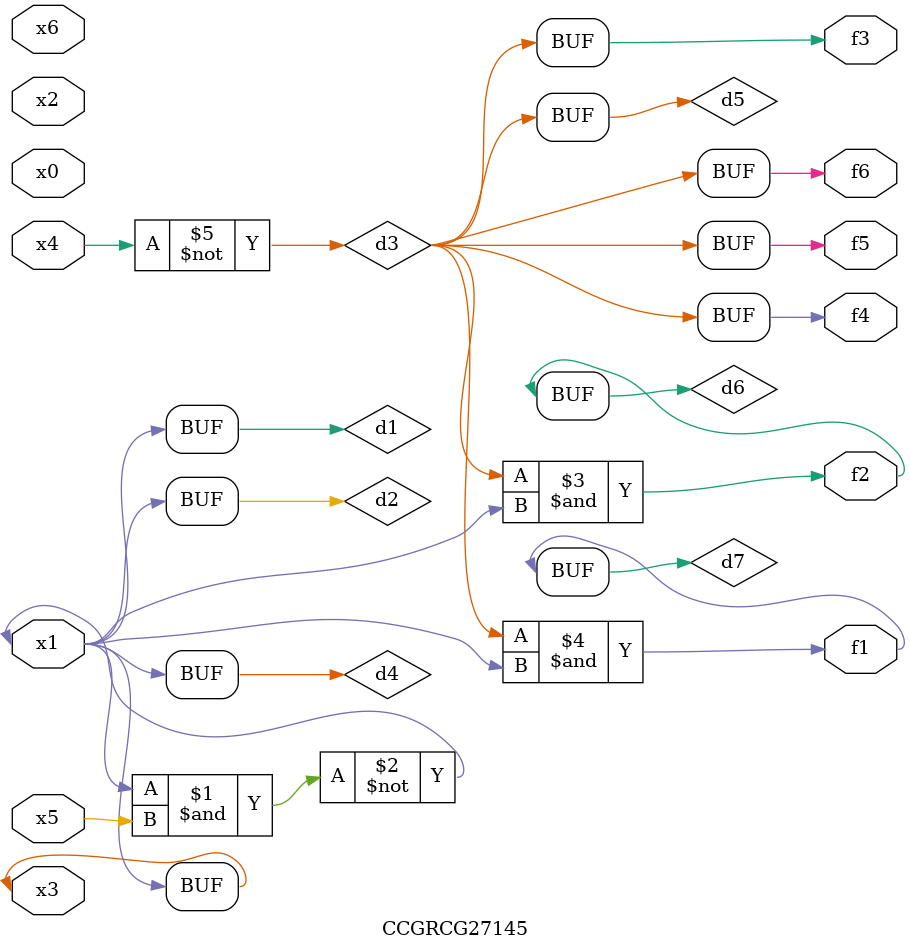
<source format=v>
module CCGRCG27145(
	input x0, x1, x2, x3, x4, x5, x6,
	output f1, f2, f3, f4, f5, f6
);

	wire d1, d2, d3, d4, d5, d6, d7;

	buf (d1, x1, x3);
	nand (d2, x1, x5);
	not (d3, x4);
	buf (d4, d1, d2);
	buf (d5, d3);
	and (d6, d3, d4);
	and (d7, d3, d4);
	assign f1 = d7;
	assign f2 = d6;
	assign f3 = d5;
	assign f4 = d5;
	assign f5 = d5;
	assign f6 = d5;
endmodule

</source>
